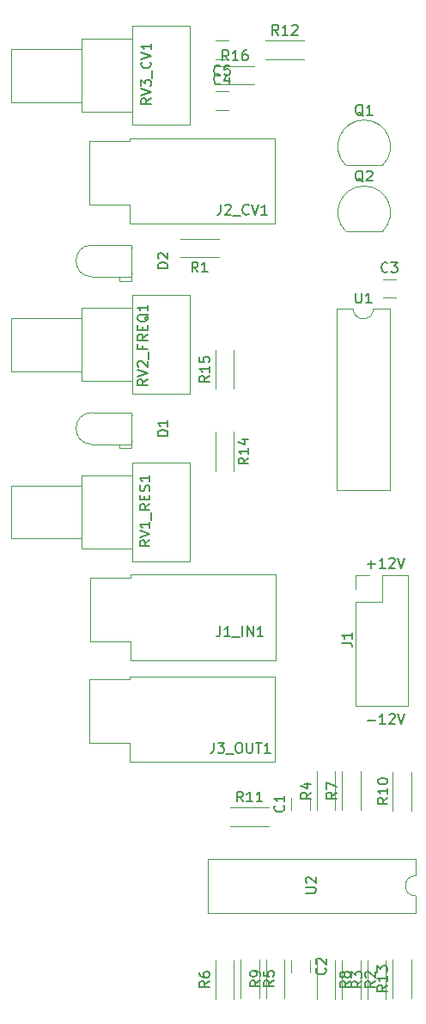
<source format=gbr>
G04 #@! TF.GenerationSoftware,KiCad,Pcbnew,5.1.2-f72e74a~84~ubuntu18.04.1*
G04 #@! TF.CreationDate,2019-05-18T13:16:44+02:00*
G04 #@! TF.ProjectId,lpf,6c70662e-6b69-4636-9164-5f7063625858,0.1*
G04 #@! TF.SameCoordinates,Original*
G04 #@! TF.FileFunction,Legend,Top*
G04 #@! TF.FilePolarity,Positive*
%FSLAX46Y46*%
G04 Gerber Fmt 4.6, Leading zero omitted, Abs format (unit mm)*
G04 Created by KiCad (PCBNEW 5.1.2-f72e74a~84~ubuntu18.04.1) date 2019-05-18 13:16:44*
%MOMM*%
%LPD*%
G04 APERTURE LIST*
%ADD10C,0.150000*%
%ADD11C,0.120000*%
G04 APERTURE END LIST*
D10*
X149093095Y-94144428D02*
X149855000Y-94144428D01*
X149474047Y-94525380D02*
X149474047Y-93763476D01*
X150855000Y-94525380D02*
X150283571Y-94525380D01*
X150569285Y-94525380D02*
X150569285Y-93525380D01*
X150474047Y-93668238D01*
X150378809Y-93763476D01*
X150283571Y-93811095D01*
X151235952Y-93620619D02*
X151283571Y-93573000D01*
X151378809Y-93525380D01*
X151616904Y-93525380D01*
X151712142Y-93573000D01*
X151759761Y-93620619D01*
X151807380Y-93715857D01*
X151807380Y-93811095D01*
X151759761Y-93953952D01*
X151188333Y-94525380D01*
X151807380Y-94525380D01*
X152093095Y-93525380D02*
X152426428Y-94525380D01*
X152759761Y-93525380D01*
X149093095Y-109496928D02*
X149855000Y-109496928D01*
X150855000Y-109877880D02*
X150283571Y-109877880D01*
X150569285Y-109877880D02*
X150569285Y-108877880D01*
X150474047Y-109020738D01*
X150378809Y-109115976D01*
X150283571Y-109163595D01*
X151235952Y-108973119D02*
X151283571Y-108925500D01*
X151378809Y-108877880D01*
X151616904Y-108877880D01*
X151712142Y-108925500D01*
X151759761Y-108973119D01*
X151807380Y-109068357D01*
X151807380Y-109163595D01*
X151759761Y-109306452D01*
X151188333Y-109877880D01*
X151807380Y-109877880D01*
X152093095Y-108877880D02*
X152426428Y-109877880D01*
X152759761Y-108877880D01*
D11*
X153830000Y-126810000D02*
G75*
G02X153830000Y-124810000I0J1000000D01*
G01*
X153830000Y-124810000D02*
X153830000Y-123160000D01*
X153830000Y-123160000D02*
X133390000Y-123160000D01*
X133390000Y-123160000D02*
X133390000Y-128460000D01*
X133390000Y-128460000D02*
X153830000Y-128460000D01*
X153830000Y-128460000D02*
X153830000Y-126810000D01*
X125680000Y-111720000D02*
X121680000Y-111720000D01*
X125680000Y-113620000D02*
X125680000Y-111720000D01*
X139920000Y-113620000D02*
X125680000Y-113620000D01*
X139920000Y-105180000D02*
X139920000Y-113620000D01*
X125680000Y-105180000D02*
X139920000Y-105180000D01*
X125680000Y-105480000D02*
X125680000Y-105180000D01*
X121680000Y-105480000D02*
X125680000Y-105480000D01*
X121680000Y-111720000D02*
X121680000Y-105480000D01*
X125680000Y-58720000D02*
X121680000Y-58720000D01*
X125680000Y-60620000D02*
X125680000Y-58720000D01*
X139920000Y-60620000D02*
X125680000Y-60620000D01*
X139920000Y-52180000D02*
X139920000Y-60620000D01*
X125680000Y-52180000D02*
X139920000Y-52180000D01*
X125680000Y-52480000D02*
X125680000Y-52180000D01*
X121680000Y-52480000D02*
X125680000Y-52480000D01*
X121680000Y-58720000D02*
X121680000Y-52480000D01*
X125780000Y-101720000D02*
X121780000Y-101720000D01*
X125780000Y-103620000D02*
X125780000Y-101720000D01*
X140020000Y-103620000D02*
X125780000Y-103620000D01*
X140020000Y-95180000D02*
X140020000Y-103620000D01*
X125780000Y-95180000D02*
X140020000Y-95180000D01*
X125780000Y-95480000D02*
X125780000Y-95180000D01*
X121780000Y-95480000D02*
X125780000Y-95480000D01*
X121780000Y-101720000D02*
X121780000Y-95480000D01*
X143420000Y-118379000D02*
X143420000Y-117121000D01*
X141580000Y-118379000D02*
X141580000Y-117121000D01*
X143420000Y-133121000D02*
X143420000Y-134379000D01*
X141580000Y-133121000D02*
X141580000Y-134379000D01*
X150621000Y-66080000D02*
X151879000Y-66080000D01*
X150621000Y-67920000D02*
X151879000Y-67920000D01*
X134121000Y-49420000D02*
X135379000Y-49420000D01*
X134121000Y-47580000D02*
X135379000Y-47580000D01*
X135379000Y-44420000D02*
X134121000Y-44420000D01*
X135379000Y-42580000D02*
X134121000Y-42580000D01*
X121930000Y-82330000D02*
G75*
G02X121930000Y-79210000I0J1560000D01*
G01*
X125790000Y-79210000D02*
X121930000Y-79210000D01*
X125790000Y-82330000D02*
X121930000Y-82330000D01*
X125790000Y-79210000D02*
X125790000Y-82330000D01*
X125790000Y-82730000D02*
X124670000Y-82730000D01*
X124670000Y-82730000D02*
X124670000Y-82330000D01*
X124670000Y-82330000D02*
X125790000Y-82330000D01*
X125790000Y-82330000D02*
X125790000Y-82730000D01*
X125920000Y-79500000D02*
X125790000Y-79500000D01*
X125790000Y-79500000D02*
X125790000Y-79500000D01*
X125790000Y-79500000D02*
X125920000Y-79500000D01*
X125920000Y-79500000D02*
X125920000Y-79500000D01*
X125920000Y-82040000D02*
X125790000Y-82040000D01*
X125790000Y-82040000D02*
X125790000Y-82040000D01*
X125790000Y-82040000D02*
X125920000Y-82040000D01*
X125920000Y-82040000D02*
X125920000Y-82040000D01*
X125920000Y-65540000D02*
X125920000Y-65540000D01*
X125790000Y-65540000D02*
X125920000Y-65540000D01*
X125790000Y-65540000D02*
X125790000Y-65540000D01*
X125920000Y-65540000D02*
X125790000Y-65540000D01*
X125920000Y-63000000D02*
X125920000Y-63000000D01*
X125790000Y-63000000D02*
X125920000Y-63000000D01*
X125790000Y-63000000D02*
X125790000Y-63000000D01*
X125920000Y-63000000D02*
X125790000Y-63000000D01*
X125790000Y-65830000D02*
X125790000Y-66230000D01*
X124670000Y-65830000D02*
X125790000Y-65830000D01*
X124670000Y-66230000D02*
X124670000Y-65830000D01*
X125790000Y-66230000D02*
X124670000Y-66230000D01*
X125790000Y-62710000D02*
X125790000Y-65830000D01*
X125790000Y-65830000D02*
X121930000Y-65830000D01*
X125790000Y-62710000D02*
X121930000Y-62710000D01*
X121930000Y-65830000D02*
G75*
G02X121930000Y-62710000I0J1560000D01*
G01*
X146970000Y-54850000D02*
X150570000Y-54850000D01*
X146931522Y-54838478D02*
G75*
G02X148770000Y-50400000I1838478J1838478D01*
G01*
X150608478Y-54838478D02*
G75*
G03X148770000Y-50400000I-1838478J1838478D01*
G01*
X150608478Y-61338478D02*
G75*
G03X148770000Y-56900000I-1838478J1838478D01*
G01*
X146931522Y-61338478D02*
G75*
G02X148770000Y-56900000I1838478J1838478D01*
G01*
X146970000Y-61350000D02*
X150570000Y-61350000D01*
X134460000Y-62080000D02*
X130620000Y-62080000D01*
X134460000Y-63920000D02*
X130620000Y-63920000D01*
X148420000Y-133120000D02*
X148420000Y-136960000D01*
X146580000Y-133120000D02*
X146580000Y-136960000D01*
X149080000Y-136960000D02*
X149080000Y-133120000D01*
X150920000Y-136960000D02*
X150920000Y-133120000D01*
X145920000Y-118380000D02*
X145920000Y-114540000D01*
X144080000Y-118380000D02*
X144080000Y-114540000D01*
X138420000Y-133040000D02*
X138420000Y-136880000D01*
X136580000Y-133040000D02*
X136580000Y-136880000D01*
X135920000Y-136960000D02*
X135920000Y-133120000D01*
X134080000Y-136960000D02*
X134080000Y-133120000D01*
X146580000Y-118380000D02*
X146580000Y-114540000D01*
X148420000Y-118380000D02*
X148420000Y-114540000D01*
X144080000Y-133120000D02*
X144080000Y-136960000D01*
X145920000Y-133120000D02*
X145920000Y-136960000D01*
X139080000Y-136880000D02*
X139080000Y-133040000D01*
X140920000Y-136880000D02*
X140920000Y-133040000D01*
X153420000Y-114620000D02*
X153420000Y-118460000D01*
X151580000Y-114620000D02*
X151580000Y-118460000D01*
X135540000Y-119920000D02*
X139380000Y-119920000D01*
X135540000Y-118080000D02*
X139380000Y-118080000D01*
X139040000Y-42580000D02*
X142880000Y-42580000D01*
X139040000Y-44420000D02*
X142880000Y-44420000D01*
X153420000Y-136880000D02*
X153420000Y-133040000D01*
X151580000Y-136880000D02*
X151580000Y-133040000D01*
X134080000Y-81120000D02*
X134080000Y-84960000D01*
X135920000Y-81120000D02*
X135920000Y-84960000D01*
X135920000Y-76880000D02*
X135920000Y-73040000D01*
X134080000Y-76880000D02*
X134080000Y-73040000D01*
X134120000Y-45080000D02*
X137960000Y-45080000D01*
X134120000Y-46920000D02*
X137960000Y-46920000D01*
X131571000Y-93870000D02*
X125930000Y-93870000D01*
X131571000Y-84130000D02*
X125930000Y-84130000D01*
X131571000Y-93870000D02*
X131571000Y-84130000D01*
X125930000Y-93870000D02*
X125930000Y-84130000D01*
X125930000Y-92620000D02*
X120930000Y-92620000D01*
X125930000Y-85380000D02*
X120930000Y-85380000D01*
X125930000Y-92620000D02*
X125930000Y-85380000D01*
X120930000Y-92620000D02*
X120930000Y-85380000D01*
X120930000Y-91620000D02*
X113930000Y-91620000D01*
X120930000Y-86380000D02*
X113930000Y-86380000D01*
X120930000Y-91620000D02*
X120930000Y-86380000D01*
X113930000Y-91620000D02*
X113930000Y-86380000D01*
X113930000Y-75120000D02*
X113930000Y-69880000D01*
X120930000Y-75120000D02*
X120930000Y-69880000D01*
X120930000Y-69880000D02*
X113930000Y-69880000D01*
X120930000Y-75120000D02*
X113930000Y-75120000D01*
X120930000Y-76120000D02*
X120930000Y-68880000D01*
X125930000Y-76120000D02*
X125930000Y-68880000D01*
X125930000Y-68880000D02*
X120930000Y-68880000D01*
X125930000Y-76120000D02*
X120930000Y-76120000D01*
X125930000Y-77370000D02*
X125930000Y-67630000D01*
X131571000Y-77370000D02*
X131571000Y-67630000D01*
X131571000Y-67630000D02*
X125930000Y-67630000D01*
X131571000Y-77370000D02*
X125930000Y-77370000D01*
X131571000Y-50870000D02*
X125930000Y-50870000D01*
X131571000Y-41130000D02*
X125930000Y-41130000D01*
X131571000Y-50870000D02*
X131571000Y-41130000D01*
X125930000Y-50870000D02*
X125930000Y-41130000D01*
X125930000Y-49620000D02*
X120930000Y-49620000D01*
X125930000Y-42380000D02*
X120930000Y-42380000D01*
X125930000Y-49620000D02*
X125930000Y-42380000D01*
X120930000Y-49620000D02*
X120930000Y-42380000D01*
X120930000Y-48620000D02*
X113930000Y-48620000D01*
X120930000Y-43380000D02*
X113930000Y-43380000D01*
X120930000Y-48620000D02*
X120930000Y-43380000D01*
X113930000Y-48620000D02*
X113930000Y-43380000D01*
X149690000Y-68970000D02*
G75*
G02X147690000Y-68970000I-1000000J0D01*
G01*
X147690000Y-68970000D02*
X146040000Y-68970000D01*
X146040000Y-68970000D02*
X146040000Y-86870000D01*
X146040000Y-86870000D02*
X151340000Y-86870000D01*
X151340000Y-86870000D02*
X151340000Y-68970000D01*
X151340000Y-68970000D02*
X149690000Y-68970000D01*
X147923000Y-108055000D02*
X153123000Y-108055000D01*
X147923000Y-97835000D02*
X147923000Y-108055000D01*
X153123000Y-95235000D02*
X153123000Y-108055000D01*
X147923000Y-97835000D02*
X150523000Y-97835000D01*
X150523000Y-97835000D02*
X150523000Y-95235000D01*
X150523000Y-95235000D02*
X153123000Y-95235000D01*
X147923000Y-96565000D02*
X147923000Y-95235000D01*
X147923000Y-95235000D02*
X149253000Y-95235000D01*
D10*
X143009380Y-126518904D02*
X143818904Y-126518904D01*
X143914142Y-126471285D01*
X143961761Y-126423666D01*
X144009380Y-126328428D01*
X144009380Y-126137952D01*
X143961761Y-126042714D01*
X143914142Y-125995095D01*
X143818904Y-125947476D01*
X143009380Y-125947476D01*
X143104619Y-125518904D02*
X143057000Y-125471285D01*
X143009380Y-125376047D01*
X143009380Y-125137952D01*
X143057000Y-125042714D01*
X143104619Y-124995095D01*
X143199857Y-124947476D01*
X143295095Y-124947476D01*
X143437952Y-124995095D01*
X144009380Y-125566523D01*
X144009380Y-124947476D01*
X133951452Y-111725880D02*
X133951452Y-112440166D01*
X133903833Y-112583023D01*
X133808595Y-112678261D01*
X133665738Y-112725880D01*
X133570500Y-112725880D01*
X134332404Y-111725880D02*
X134951452Y-111725880D01*
X134618119Y-112106833D01*
X134760976Y-112106833D01*
X134856214Y-112154452D01*
X134903833Y-112202071D01*
X134951452Y-112297309D01*
X134951452Y-112535404D01*
X134903833Y-112630642D01*
X134856214Y-112678261D01*
X134760976Y-112725880D01*
X134475261Y-112725880D01*
X134380023Y-112678261D01*
X134332404Y-112630642D01*
X135141928Y-112821119D02*
X135903833Y-112821119D01*
X136332404Y-111725880D02*
X136522880Y-111725880D01*
X136618119Y-111773500D01*
X136713357Y-111868738D01*
X136760976Y-112059214D01*
X136760976Y-112392547D01*
X136713357Y-112583023D01*
X136618119Y-112678261D01*
X136522880Y-112725880D01*
X136332404Y-112725880D01*
X136237166Y-112678261D01*
X136141928Y-112583023D01*
X136094309Y-112392547D01*
X136094309Y-112059214D01*
X136141928Y-111868738D01*
X136237166Y-111773500D01*
X136332404Y-111725880D01*
X137189547Y-111725880D02*
X137189547Y-112535404D01*
X137237166Y-112630642D01*
X137284785Y-112678261D01*
X137380023Y-112725880D01*
X137570500Y-112725880D01*
X137665738Y-112678261D01*
X137713357Y-112630642D01*
X137760976Y-112535404D01*
X137760976Y-111725880D01*
X138094309Y-111725880D02*
X138665738Y-111725880D01*
X138380023Y-112725880D02*
X138380023Y-111725880D01*
X139522880Y-112725880D02*
X138951452Y-112725880D01*
X139237166Y-112725880D02*
X139237166Y-111725880D01*
X139141928Y-111868738D01*
X139046690Y-111963976D01*
X138951452Y-112011595D01*
X134629452Y-58726380D02*
X134629452Y-59440666D01*
X134581833Y-59583523D01*
X134486595Y-59678761D01*
X134343738Y-59726380D01*
X134248500Y-59726380D01*
X135058023Y-58821619D02*
X135105642Y-58774000D01*
X135200880Y-58726380D01*
X135438976Y-58726380D01*
X135534214Y-58774000D01*
X135581833Y-58821619D01*
X135629452Y-58916857D01*
X135629452Y-59012095D01*
X135581833Y-59154952D01*
X135010404Y-59726380D01*
X135629452Y-59726380D01*
X135819928Y-59821619D02*
X136581833Y-59821619D01*
X137391357Y-59631142D02*
X137343738Y-59678761D01*
X137200880Y-59726380D01*
X137105642Y-59726380D01*
X136962785Y-59678761D01*
X136867547Y-59583523D01*
X136819928Y-59488285D01*
X136772309Y-59297809D01*
X136772309Y-59154952D01*
X136819928Y-58964476D01*
X136867547Y-58869238D01*
X136962785Y-58774000D01*
X137105642Y-58726380D01*
X137200880Y-58726380D01*
X137343738Y-58774000D01*
X137391357Y-58821619D01*
X137677071Y-58726380D02*
X138010404Y-59726380D01*
X138343738Y-58726380D01*
X139200880Y-59726380D02*
X138629452Y-59726380D01*
X138915166Y-59726380D02*
X138915166Y-58726380D01*
X138819928Y-58869238D01*
X138724690Y-58964476D01*
X138629452Y-59012095D01*
X134573619Y-100244880D02*
X134573619Y-100959166D01*
X134526000Y-101102023D01*
X134430761Y-101197261D01*
X134287904Y-101244880D01*
X134192666Y-101244880D01*
X135573619Y-101244880D02*
X135002190Y-101244880D01*
X135287904Y-101244880D02*
X135287904Y-100244880D01*
X135192666Y-100387738D01*
X135097428Y-100482976D01*
X135002190Y-100530595D01*
X135764095Y-101340119D02*
X136526000Y-101340119D01*
X136764095Y-101244880D02*
X136764095Y-100244880D01*
X137240285Y-101244880D02*
X137240285Y-100244880D01*
X137811714Y-101244880D01*
X137811714Y-100244880D01*
X138811714Y-101244880D02*
X138240285Y-101244880D01*
X138526000Y-101244880D02*
X138526000Y-100244880D01*
X138430761Y-100387738D01*
X138335523Y-100482976D01*
X138240285Y-100530595D01*
X140807142Y-117916666D02*
X140854761Y-117964285D01*
X140902380Y-118107142D01*
X140902380Y-118202380D01*
X140854761Y-118345238D01*
X140759523Y-118440476D01*
X140664285Y-118488095D01*
X140473809Y-118535714D01*
X140330952Y-118535714D01*
X140140476Y-118488095D01*
X140045238Y-118440476D01*
X139950000Y-118345238D01*
X139902380Y-118202380D01*
X139902380Y-118107142D01*
X139950000Y-117964285D01*
X139997619Y-117916666D01*
X140902380Y-116964285D02*
X140902380Y-117535714D01*
X140902380Y-117250000D02*
X139902380Y-117250000D01*
X140045238Y-117345238D01*
X140140476Y-117440476D01*
X140188095Y-117535714D01*
X144907142Y-133916666D02*
X144954761Y-133964285D01*
X145002380Y-134107142D01*
X145002380Y-134202380D01*
X144954761Y-134345238D01*
X144859523Y-134440476D01*
X144764285Y-134488095D01*
X144573809Y-134535714D01*
X144430952Y-134535714D01*
X144240476Y-134488095D01*
X144145238Y-134440476D01*
X144050000Y-134345238D01*
X144002380Y-134202380D01*
X144002380Y-134107142D01*
X144050000Y-133964285D01*
X144097619Y-133916666D01*
X144097619Y-133535714D02*
X144050000Y-133488095D01*
X144002380Y-133392857D01*
X144002380Y-133154761D01*
X144050000Y-133059523D01*
X144097619Y-133011904D01*
X144192857Y-132964285D01*
X144288095Y-132964285D01*
X144430952Y-133011904D01*
X145002380Y-133583333D01*
X145002380Y-132964285D01*
X151083333Y-65307142D02*
X151035714Y-65354761D01*
X150892857Y-65402380D01*
X150797619Y-65402380D01*
X150654761Y-65354761D01*
X150559523Y-65259523D01*
X150511904Y-65164285D01*
X150464285Y-64973809D01*
X150464285Y-64830952D01*
X150511904Y-64640476D01*
X150559523Y-64545238D01*
X150654761Y-64450000D01*
X150797619Y-64402380D01*
X150892857Y-64402380D01*
X151035714Y-64450000D01*
X151083333Y-64497619D01*
X151416666Y-64402380D02*
X152035714Y-64402380D01*
X151702380Y-64783333D01*
X151845238Y-64783333D01*
X151940476Y-64830952D01*
X151988095Y-64878571D01*
X152035714Y-64973809D01*
X152035714Y-65211904D01*
X151988095Y-65307142D01*
X151940476Y-65354761D01*
X151845238Y-65402380D01*
X151559523Y-65402380D01*
X151464285Y-65354761D01*
X151416666Y-65307142D01*
X134583333Y-46807142D02*
X134535714Y-46854761D01*
X134392857Y-46902380D01*
X134297619Y-46902380D01*
X134154761Y-46854761D01*
X134059523Y-46759523D01*
X134011904Y-46664285D01*
X133964285Y-46473809D01*
X133964285Y-46330952D01*
X134011904Y-46140476D01*
X134059523Y-46045238D01*
X134154761Y-45950000D01*
X134297619Y-45902380D01*
X134392857Y-45902380D01*
X134535714Y-45950000D01*
X134583333Y-45997619D01*
X135440476Y-46235714D02*
X135440476Y-46902380D01*
X135202380Y-45854761D02*
X134964285Y-46569047D01*
X135583333Y-46569047D01*
X134583333Y-45907142D02*
X134535714Y-45954761D01*
X134392857Y-46002380D01*
X134297619Y-46002380D01*
X134154761Y-45954761D01*
X134059523Y-45859523D01*
X134011904Y-45764285D01*
X133964285Y-45573809D01*
X133964285Y-45430952D01*
X134011904Y-45240476D01*
X134059523Y-45145238D01*
X134154761Y-45050000D01*
X134297619Y-45002380D01*
X134392857Y-45002380D01*
X134535714Y-45050000D01*
X134583333Y-45097619D01*
X135488095Y-45002380D02*
X135011904Y-45002380D01*
X134964285Y-45478571D01*
X135011904Y-45430952D01*
X135107142Y-45383333D01*
X135345238Y-45383333D01*
X135440476Y-45430952D01*
X135488095Y-45478571D01*
X135535714Y-45573809D01*
X135535714Y-45811904D01*
X135488095Y-45907142D01*
X135440476Y-45954761D01*
X135345238Y-46002380D01*
X135107142Y-46002380D01*
X135011904Y-45954761D01*
X134964285Y-45907142D01*
X129412380Y-81508095D02*
X128412380Y-81508095D01*
X128412380Y-81270000D01*
X128460000Y-81127142D01*
X128555238Y-81031904D01*
X128650476Y-80984285D01*
X128840952Y-80936666D01*
X128983809Y-80936666D01*
X129174285Y-80984285D01*
X129269523Y-81031904D01*
X129364761Y-81127142D01*
X129412380Y-81270000D01*
X129412380Y-81508095D01*
X129412380Y-79984285D02*
X129412380Y-80555714D01*
X129412380Y-80270000D02*
X128412380Y-80270000D01*
X128555238Y-80365238D01*
X128650476Y-80460476D01*
X128698095Y-80555714D01*
X129412380Y-65008095D02*
X128412380Y-65008095D01*
X128412380Y-64770000D01*
X128460000Y-64627142D01*
X128555238Y-64531904D01*
X128650476Y-64484285D01*
X128840952Y-64436666D01*
X128983809Y-64436666D01*
X129174285Y-64484285D01*
X129269523Y-64531904D01*
X129364761Y-64627142D01*
X129412380Y-64770000D01*
X129412380Y-65008095D01*
X128507619Y-64055714D02*
X128460000Y-64008095D01*
X128412380Y-63912857D01*
X128412380Y-63674761D01*
X128460000Y-63579523D01*
X128507619Y-63531904D01*
X128602857Y-63484285D01*
X128698095Y-63484285D01*
X128840952Y-63531904D01*
X129412380Y-64103333D01*
X129412380Y-63484285D01*
X148674761Y-49987619D02*
X148579523Y-49940000D01*
X148484285Y-49844761D01*
X148341428Y-49701904D01*
X148246190Y-49654285D01*
X148150952Y-49654285D01*
X148198571Y-49892380D02*
X148103333Y-49844761D01*
X148008095Y-49749523D01*
X147960476Y-49559047D01*
X147960476Y-49225714D01*
X148008095Y-49035238D01*
X148103333Y-48940000D01*
X148198571Y-48892380D01*
X148389047Y-48892380D01*
X148484285Y-48940000D01*
X148579523Y-49035238D01*
X148627142Y-49225714D01*
X148627142Y-49559047D01*
X148579523Y-49749523D01*
X148484285Y-49844761D01*
X148389047Y-49892380D01*
X148198571Y-49892380D01*
X149579523Y-49892380D02*
X149008095Y-49892380D01*
X149293809Y-49892380D02*
X149293809Y-48892380D01*
X149198571Y-49035238D01*
X149103333Y-49130476D01*
X149008095Y-49178095D01*
X148674761Y-56487619D02*
X148579523Y-56440000D01*
X148484285Y-56344761D01*
X148341428Y-56201904D01*
X148246190Y-56154285D01*
X148150952Y-56154285D01*
X148198571Y-56392380D02*
X148103333Y-56344761D01*
X148008095Y-56249523D01*
X147960476Y-56059047D01*
X147960476Y-55725714D01*
X148008095Y-55535238D01*
X148103333Y-55440000D01*
X148198571Y-55392380D01*
X148389047Y-55392380D01*
X148484285Y-55440000D01*
X148579523Y-55535238D01*
X148627142Y-55725714D01*
X148627142Y-56059047D01*
X148579523Y-56249523D01*
X148484285Y-56344761D01*
X148389047Y-56392380D01*
X148198571Y-56392380D01*
X149008095Y-55487619D02*
X149055714Y-55440000D01*
X149150952Y-55392380D01*
X149389047Y-55392380D01*
X149484285Y-55440000D01*
X149531904Y-55487619D01*
X149579523Y-55582857D01*
X149579523Y-55678095D01*
X149531904Y-55820952D01*
X148960476Y-56392380D01*
X149579523Y-56392380D01*
X132373333Y-65372380D02*
X132040000Y-64896190D01*
X131801904Y-65372380D02*
X131801904Y-64372380D01*
X132182857Y-64372380D01*
X132278095Y-64420000D01*
X132325714Y-64467619D01*
X132373333Y-64562857D01*
X132373333Y-64705714D01*
X132325714Y-64800952D01*
X132278095Y-64848571D01*
X132182857Y-64896190D01*
X131801904Y-64896190D01*
X133325714Y-65372380D02*
X132754285Y-65372380D01*
X133040000Y-65372380D02*
X133040000Y-64372380D01*
X132944761Y-64515238D01*
X132849523Y-64610476D01*
X132754285Y-64658095D01*
X149872380Y-135206666D02*
X149396190Y-135540000D01*
X149872380Y-135778095D02*
X148872380Y-135778095D01*
X148872380Y-135397142D01*
X148920000Y-135301904D01*
X148967619Y-135254285D01*
X149062857Y-135206666D01*
X149205714Y-135206666D01*
X149300952Y-135254285D01*
X149348571Y-135301904D01*
X149396190Y-135397142D01*
X149396190Y-135778095D01*
X148967619Y-134825714D02*
X148920000Y-134778095D01*
X148872380Y-134682857D01*
X148872380Y-134444761D01*
X148920000Y-134349523D01*
X148967619Y-134301904D01*
X149062857Y-134254285D01*
X149158095Y-134254285D01*
X149300952Y-134301904D01*
X149872380Y-134873333D01*
X149872380Y-134254285D01*
X148532380Y-135206666D02*
X148056190Y-135540000D01*
X148532380Y-135778095D02*
X147532380Y-135778095D01*
X147532380Y-135397142D01*
X147580000Y-135301904D01*
X147627619Y-135254285D01*
X147722857Y-135206666D01*
X147865714Y-135206666D01*
X147960952Y-135254285D01*
X148008571Y-135301904D01*
X148056190Y-135397142D01*
X148056190Y-135778095D01*
X147532380Y-134873333D02*
X147532380Y-134254285D01*
X147913333Y-134587619D01*
X147913333Y-134444761D01*
X147960952Y-134349523D01*
X148008571Y-134301904D01*
X148103809Y-134254285D01*
X148341904Y-134254285D01*
X148437142Y-134301904D01*
X148484761Y-134349523D01*
X148532380Y-134444761D01*
X148532380Y-134730476D01*
X148484761Y-134825714D01*
X148437142Y-134873333D01*
X143532380Y-116626666D02*
X143056190Y-116960000D01*
X143532380Y-117198095D02*
X142532380Y-117198095D01*
X142532380Y-116817142D01*
X142580000Y-116721904D01*
X142627619Y-116674285D01*
X142722857Y-116626666D01*
X142865714Y-116626666D01*
X142960952Y-116674285D01*
X143008571Y-116721904D01*
X143056190Y-116817142D01*
X143056190Y-117198095D01*
X142865714Y-115769523D02*
X143532380Y-115769523D01*
X142484761Y-116007619D02*
X143199047Y-116245714D01*
X143199047Y-115626666D01*
X139872380Y-135126666D02*
X139396190Y-135460000D01*
X139872380Y-135698095D02*
X138872380Y-135698095D01*
X138872380Y-135317142D01*
X138920000Y-135221904D01*
X138967619Y-135174285D01*
X139062857Y-135126666D01*
X139205714Y-135126666D01*
X139300952Y-135174285D01*
X139348571Y-135221904D01*
X139396190Y-135317142D01*
X139396190Y-135698095D01*
X138872380Y-134221904D02*
X138872380Y-134698095D01*
X139348571Y-134745714D01*
X139300952Y-134698095D01*
X139253333Y-134602857D01*
X139253333Y-134364761D01*
X139300952Y-134269523D01*
X139348571Y-134221904D01*
X139443809Y-134174285D01*
X139681904Y-134174285D01*
X139777142Y-134221904D01*
X139824761Y-134269523D01*
X139872380Y-134364761D01*
X139872380Y-134602857D01*
X139824761Y-134698095D01*
X139777142Y-134745714D01*
X133532380Y-135206666D02*
X133056190Y-135540000D01*
X133532380Y-135778095D02*
X132532380Y-135778095D01*
X132532380Y-135397142D01*
X132580000Y-135301904D01*
X132627619Y-135254285D01*
X132722857Y-135206666D01*
X132865714Y-135206666D01*
X132960952Y-135254285D01*
X133008571Y-135301904D01*
X133056190Y-135397142D01*
X133056190Y-135778095D01*
X132532380Y-134349523D02*
X132532380Y-134540000D01*
X132580000Y-134635238D01*
X132627619Y-134682857D01*
X132770476Y-134778095D01*
X132960952Y-134825714D01*
X133341904Y-134825714D01*
X133437142Y-134778095D01*
X133484761Y-134730476D01*
X133532380Y-134635238D01*
X133532380Y-134444761D01*
X133484761Y-134349523D01*
X133437142Y-134301904D01*
X133341904Y-134254285D01*
X133103809Y-134254285D01*
X133008571Y-134301904D01*
X132960952Y-134349523D01*
X132913333Y-134444761D01*
X132913333Y-134635238D01*
X132960952Y-134730476D01*
X133008571Y-134778095D01*
X133103809Y-134825714D01*
X146032380Y-116626666D02*
X145556190Y-116960000D01*
X146032380Y-117198095D02*
X145032380Y-117198095D01*
X145032380Y-116817142D01*
X145080000Y-116721904D01*
X145127619Y-116674285D01*
X145222857Y-116626666D01*
X145365714Y-116626666D01*
X145460952Y-116674285D01*
X145508571Y-116721904D01*
X145556190Y-116817142D01*
X145556190Y-117198095D01*
X145032380Y-116293333D02*
X145032380Y-115626666D01*
X146032380Y-116055238D01*
X147372380Y-135206666D02*
X146896190Y-135540000D01*
X147372380Y-135778095D02*
X146372380Y-135778095D01*
X146372380Y-135397142D01*
X146420000Y-135301904D01*
X146467619Y-135254285D01*
X146562857Y-135206666D01*
X146705714Y-135206666D01*
X146800952Y-135254285D01*
X146848571Y-135301904D01*
X146896190Y-135397142D01*
X146896190Y-135778095D01*
X146800952Y-134635238D02*
X146753333Y-134730476D01*
X146705714Y-134778095D01*
X146610476Y-134825714D01*
X146562857Y-134825714D01*
X146467619Y-134778095D01*
X146420000Y-134730476D01*
X146372380Y-134635238D01*
X146372380Y-134444761D01*
X146420000Y-134349523D01*
X146467619Y-134301904D01*
X146562857Y-134254285D01*
X146610476Y-134254285D01*
X146705714Y-134301904D01*
X146753333Y-134349523D01*
X146800952Y-134444761D01*
X146800952Y-134635238D01*
X146848571Y-134730476D01*
X146896190Y-134778095D01*
X146991428Y-134825714D01*
X147181904Y-134825714D01*
X147277142Y-134778095D01*
X147324761Y-134730476D01*
X147372380Y-134635238D01*
X147372380Y-134444761D01*
X147324761Y-134349523D01*
X147277142Y-134301904D01*
X147181904Y-134254285D01*
X146991428Y-134254285D01*
X146896190Y-134301904D01*
X146848571Y-134349523D01*
X146800952Y-134444761D01*
X138532380Y-135126666D02*
X138056190Y-135460000D01*
X138532380Y-135698095D02*
X137532380Y-135698095D01*
X137532380Y-135317142D01*
X137580000Y-135221904D01*
X137627619Y-135174285D01*
X137722857Y-135126666D01*
X137865714Y-135126666D01*
X137960952Y-135174285D01*
X138008571Y-135221904D01*
X138056190Y-135317142D01*
X138056190Y-135698095D01*
X138532380Y-134650476D02*
X138532380Y-134460000D01*
X138484761Y-134364761D01*
X138437142Y-134317142D01*
X138294285Y-134221904D01*
X138103809Y-134174285D01*
X137722857Y-134174285D01*
X137627619Y-134221904D01*
X137580000Y-134269523D01*
X137532380Y-134364761D01*
X137532380Y-134555238D01*
X137580000Y-134650476D01*
X137627619Y-134698095D01*
X137722857Y-134745714D01*
X137960952Y-134745714D01*
X138056190Y-134698095D01*
X138103809Y-134650476D01*
X138151428Y-134555238D01*
X138151428Y-134364761D01*
X138103809Y-134269523D01*
X138056190Y-134221904D01*
X137960952Y-134174285D01*
X151084880Y-117143857D02*
X150608690Y-117477190D01*
X151084880Y-117715285D02*
X150084880Y-117715285D01*
X150084880Y-117334333D01*
X150132500Y-117239095D01*
X150180119Y-117191476D01*
X150275357Y-117143857D01*
X150418214Y-117143857D01*
X150513452Y-117191476D01*
X150561071Y-117239095D01*
X150608690Y-117334333D01*
X150608690Y-117715285D01*
X151084880Y-116191476D02*
X151084880Y-116762904D01*
X151084880Y-116477190D02*
X150084880Y-116477190D01*
X150227738Y-116572428D01*
X150322976Y-116667666D01*
X150370595Y-116762904D01*
X150084880Y-115572428D02*
X150084880Y-115477190D01*
X150132500Y-115381952D01*
X150180119Y-115334333D01*
X150275357Y-115286714D01*
X150465833Y-115239095D01*
X150703928Y-115239095D01*
X150894404Y-115286714D01*
X150989642Y-115334333D01*
X151037261Y-115381952D01*
X151084880Y-115477190D01*
X151084880Y-115572428D01*
X151037261Y-115667666D01*
X150989642Y-115715285D01*
X150894404Y-115762904D01*
X150703928Y-115810523D01*
X150465833Y-115810523D01*
X150275357Y-115762904D01*
X150180119Y-115715285D01*
X150132500Y-115667666D01*
X150084880Y-115572428D01*
X136817142Y-117532380D02*
X136483809Y-117056190D01*
X136245714Y-117532380D02*
X136245714Y-116532380D01*
X136626666Y-116532380D01*
X136721904Y-116580000D01*
X136769523Y-116627619D01*
X136817142Y-116722857D01*
X136817142Y-116865714D01*
X136769523Y-116960952D01*
X136721904Y-117008571D01*
X136626666Y-117056190D01*
X136245714Y-117056190D01*
X137769523Y-117532380D02*
X137198095Y-117532380D01*
X137483809Y-117532380D02*
X137483809Y-116532380D01*
X137388571Y-116675238D01*
X137293333Y-116770476D01*
X137198095Y-116818095D01*
X138721904Y-117532380D02*
X138150476Y-117532380D01*
X138436190Y-117532380D02*
X138436190Y-116532380D01*
X138340952Y-116675238D01*
X138245714Y-116770476D01*
X138150476Y-116818095D01*
X140317142Y-42032380D02*
X139983809Y-41556190D01*
X139745714Y-42032380D02*
X139745714Y-41032380D01*
X140126666Y-41032380D01*
X140221904Y-41080000D01*
X140269523Y-41127619D01*
X140317142Y-41222857D01*
X140317142Y-41365714D01*
X140269523Y-41460952D01*
X140221904Y-41508571D01*
X140126666Y-41556190D01*
X139745714Y-41556190D01*
X141269523Y-42032380D02*
X140698095Y-42032380D01*
X140983809Y-42032380D02*
X140983809Y-41032380D01*
X140888571Y-41175238D01*
X140793333Y-41270476D01*
X140698095Y-41318095D01*
X141650476Y-41127619D02*
X141698095Y-41080000D01*
X141793333Y-41032380D01*
X142031428Y-41032380D01*
X142126666Y-41080000D01*
X142174285Y-41127619D01*
X142221904Y-41222857D01*
X142221904Y-41318095D01*
X142174285Y-41460952D01*
X141602857Y-42032380D01*
X142221904Y-42032380D01*
X151032380Y-135602857D02*
X150556190Y-135936190D01*
X151032380Y-136174285D02*
X150032380Y-136174285D01*
X150032380Y-135793333D01*
X150080000Y-135698095D01*
X150127619Y-135650476D01*
X150222857Y-135602857D01*
X150365714Y-135602857D01*
X150460952Y-135650476D01*
X150508571Y-135698095D01*
X150556190Y-135793333D01*
X150556190Y-136174285D01*
X151032380Y-134650476D02*
X151032380Y-135221904D01*
X151032380Y-134936190D02*
X150032380Y-134936190D01*
X150175238Y-135031428D01*
X150270476Y-135126666D01*
X150318095Y-135221904D01*
X150032380Y-134317142D02*
X150032380Y-133698095D01*
X150413333Y-134031428D01*
X150413333Y-133888571D01*
X150460952Y-133793333D01*
X150508571Y-133745714D01*
X150603809Y-133698095D01*
X150841904Y-133698095D01*
X150937142Y-133745714D01*
X150984761Y-133793333D01*
X151032380Y-133888571D01*
X151032380Y-134174285D01*
X150984761Y-134269523D01*
X150937142Y-134317142D01*
X137372380Y-83682857D02*
X136896190Y-84016190D01*
X137372380Y-84254285D02*
X136372380Y-84254285D01*
X136372380Y-83873333D01*
X136420000Y-83778095D01*
X136467619Y-83730476D01*
X136562857Y-83682857D01*
X136705714Y-83682857D01*
X136800952Y-83730476D01*
X136848571Y-83778095D01*
X136896190Y-83873333D01*
X136896190Y-84254285D01*
X137372380Y-82730476D02*
X137372380Y-83301904D01*
X137372380Y-83016190D02*
X136372380Y-83016190D01*
X136515238Y-83111428D01*
X136610476Y-83206666D01*
X136658095Y-83301904D01*
X136705714Y-81873333D02*
X137372380Y-81873333D01*
X136324761Y-82111428D02*
X137039047Y-82349523D01*
X137039047Y-81730476D01*
X133532380Y-75602857D02*
X133056190Y-75936190D01*
X133532380Y-76174285D02*
X132532380Y-76174285D01*
X132532380Y-75793333D01*
X132580000Y-75698095D01*
X132627619Y-75650476D01*
X132722857Y-75602857D01*
X132865714Y-75602857D01*
X132960952Y-75650476D01*
X133008571Y-75698095D01*
X133056190Y-75793333D01*
X133056190Y-76174285D01*
X133532380Y-74650476D02*
X133532380Y-75221904D01*
X133532380Y-74936190D02*
X132532380Y-74936190D01*
X132675238Y-75031428D01*
X132770476Y-75126666D01*
X132818095Y-75221904D01*
X132532380Y-73745714D02*
X132532380Y-74221904D01*
X133008571Y-74269523D01*
X132960952Y-74221904D01*
X132913333Y-74126666D01*
X132913333Y-73888571D01*
X132960952Y-73793333D01*
X133008571Y-73745714D01*
X133103809Y-73698095D01*
X133341904Y-73698095D01*
X133437142Y-73745714D01*
X133484761Y-73793333D01*
X133532380Y-73888571D01*
X133532380Y-74126666D01*
X133484761Y-74221904D01*
X133437142Y-74269523D01*
X135397142Y-44532380D02*
X135063809Y-44056190D01*
X134825714Y-44532380D02*
X134825714Y-43532380D01*
X135206666Y-43532380D01*
X135301904Y-43580000D01*
X135349523Y-43627619D01*
X135397142Y-43722857D01*
X135397142Y-43865714D01*
X135349523Y-43960952D01*
X135301904Y-44008571D01*
X135206666Y-44056190D01*
X134825714Y-44056190D01*
X136349523Y-44532380D02*
X135778095Y-44532380D01*
X136063809Y-44532380D02*
X136063809Y-43532380D01*
X135968571Y-43675238D01*
X135873333Y-43770476D01*
X135778095Y-43818095D01*
X137206666Y-43532380D02*
X137016190Y-43532380D01*
X136920952Y-43580000D01*
X136873333Y-43627619D01*
X136778095Y-43770476D01*
X136730476Y-43960952D01*
X136730476Y-44341904D01*
X136778095Y-44437142D01*
X136825714Y-44484761D01*
X136920952Y-44532380D01*
X137111428Y-44532380D01*
X137206666Y-44484761D01*
X137254285Y-44437142D01*
X137301904Y-44341904D01*
X137301904Y-44103809D01*
X137254285Y-44008571D01*
X137206666Y-43960952D01*
X137111428Y-43913333D01*
X136920952Y-43913333D01*
X136825714Y-43960952D01*
X136778095Y-44008571D01*
X136730476Y-44103809D01*
X127633380Y-91791952D02*
X127157190Y-92125285D01*
X127633380Y-92363380D02*
X126633380Y-92363380D01*
X126633380Y-91982428D01*
X126681000Y-91887190D01*
X126728619Y-91839571D01*
X126823857Y-91791952D01*
X126966714Y-91791952D01*
X127061952Y-91839571D01*
X127109571Y-91887190D01*
X127157190Y-91982428D01*
X127157190Y-92363380D01*
X126633380Y-91506238D02*
X127633380Y-91172904D01*
X126633380Y-90839571D01*
X127633380Y-89982428D02*
X127633380Y-90553857D01*
X127633380Y-90268142D02*
X126633380Y-90268142D01*
X126776238Y-90363380D01*
X126871476Y-90458619D01*
X126919095Y-90553857D01*
X127728619Y-89791952D02*
X127728619Y-89030047D01*
X127633380Y-88220523D02*
X127157190Y-88553857D01*
X127633380Y-88791952D02*
X126633380Y-88791952D01*
X126633380Y-88411000D01*
X126681000Y-88315761D01*
X126728619Y-88268142D01*
X126823857Y-88220523D01*
X126966714Y-88220523D01*
X127061952Y-88268142D01*
X127109571Y-88315761D01*
X127157190Y-88411000D01*
X127157190Y-88791952D01*
X127109571Y-87791952D02*
X127109571Y-87458619D01*
X127633380Y-87315761D02*
X127633380Y-87791952D01*
X126633380Y-87791952D01*
X126633380Y-87315761D01*
X127585761Y-86934809D02*
X127633380Y-86791952D01*
X127633380Y-86553857D01*
X127585761Y-86458619D01*
X127538142Y-86411000D01*
X127442904Y-86363380D01*
X127347666Y-86363380D01*
X127252428Y-86411000D01*
X127204809Y-86458619D01*
X127157190Y-86553857D01*
X127109571Y-86744333D01*
X127061952Y-86839571D01*
X127014333Y-86887190D01*
X126919095Y-86934809D01*
X126823857Y-86934809D01*
X126728619Y-86887190D01*
X126681000Y-86839571D01*
X126633380Y-86744333D01*
X126633380Y-86506238D01*
X126681000Y-86363380D01*
X127633380Y-85411000D02*
X127633380Y-85982428D01*
X127633380Y-85696714D02*
X126633380Y-85696714D01*
X126776238Y-85791952D01*
X126871476Y-85887190D01*
X126919095Y-85982428D01*
X127410880Y-75936642D02*
X126934690Y-76269976D01*
X127410880Y-76508071D02*
X126410880Y-76508071D01*
X126410880Y-76127119D01*
X126458500Y-76031880D01*
X126506119Y-75984261D01*
X126601357Y-75936642D01*
X126744214Y-75936642D01*
X126839452Y-75984261D01*
X126887071Y-76031880D01*
X126934690Y-76127119D01*
X126934690Y-76508071D01*
X126410880Y-75650928D02*
X127410880Y-75317595D01*
X126410880Y-74984261D01*
X126506119Y-74698547D02*
X126458500Y-74650928D01*
X126410880Y-74555690D01*
X126410880Y-74317595D01*
X126458500Y-74222357D01*
X126506119Y-74174738D01*
X126601357Y-74127119D01*
X126696595Y-74127119D01*
X126839452Y-74174738D01*
X127410880Y-74746166D01*
X127410880Y-74127119D01*
X127506119Y-73936642D02*
X127506119Y-73174738D01*
X126887071Y-72603309D02*
X126887071Y-72936642D01*
X127410880Y-72936642D02*
X126410880Y-72936642D01*
X126410880Y-72460452D01*
X127410880Y-71508071D02*
X126934690Y-71841404D01*
X127410880Y-72079500D02*
X126410880Y-72079500D01*
X126410880Y-71698547D01*
X126458500Y-71603309D01*
X126506119Y-71555690D01*
X126601357Y-71508071D01*
X126744214Y-71508071D01*
X126839452Y-71555690D01*
X126887071Y-71603309D01*
X126934690Y-71698547D01*
X126934690Y-72079500D01*
X126887071Y-71079500D02*
X126887071Y-70746166D01*
X127410880Y-70603309D02*
X127410880Y-71079500D01*
X126410880Y-71079500D01*
X126410880Y-70603309D01*
X127506119Y-69508071D02*
X127458500Y-69603309D01*
X127363261Y-69698547D01*
X127220404Y-69841404D01*
X127172785Y-69936642D01*
X127172785Y-70031880D01*
X127410880Y-69984261D02*
X127363261Y-70079500D01*
X127268023Y-70174738D01*
X127077547Y-70222357D01*
X126744214Y-70222357D01*
X126553738Y-70174738D01*
X126458500Y-70079500D01*
X126410880Y-69984261D01*
X126410880Y-69793785D01*
X126458500Y-69698547D01*
X126553738Y-69603309D01*
X126744214Y-69555690D01*
X127077547Y-69555690D01*
X127268023Y-69603309D01*
X127363261Y-69698547D01*
X127410880Y-69793785D01*
X127410880Y-69984261D01*
X127410880Y-68603309D02*
X127410880Y-69174738D01*
X127410880Y-68889023D02*
X126410880Y-68889023D01*
X126553738Y-68984261D01*
X126648976Y-69079500D01*
X126696595Y-69174738D01*
X127766880Y-48260452D02*
X127290690Y-48593785D01*
X127766880Y-48831880D02*
X126766880Y-48831880D01*
X126766880Y-48450928D01*
X126814500Y-48355690D01*
X126862119Y-48308071D01*
X126957357Y-48260452D01*
X127100214Y-48260452D01*
X127195452Y-48308071D01*
X127243071Y-48355690D01*
X127290690Y-48450928D01*
X127290690Y-48831880D01*
X126766880Y-47974738D02*
X127766880Y-47641404D01*
X126766880Y-47308071D01*
X126766880Y-47069976D02*
X126766880Y-46450928D01*
X127147833Y-46784261D01*
X127147833Y-46641404D01*
X127195452Y-46546166D01*
X127243071Y-46498547D01*
X127338309Y-46450928D01*
X127576404Y-46450928D01*
X127671642Y-46498547D01*
X127719261Y-46546166D01*
X127766880Y-46641404D01*
X127766880Y-46927119D01*
X127719261Y-47022357D01*
X127671642Y-47069976D01*
X127862119Y-46260452D02*
X127862119Y-45498547D01*
X127671642Y-44689023D02*
X127719261Y-44736642D01*
X127766880Y-44879500D01*
X127766880Y-44974738D01*
X127719261Y-45117595D01*
X127624023Y-45212833D01*
X127528785Y-45260452D01*
X127338309Y-45308071D01*
X127195452Y-45308071D01*
X127004976Y-45260452D01*
X126909738Y-45212833D01*
X126814500Y-45117595D01*
X126766880Y-44974738D01*
X126766880Y-44879500D01*
X126814500Y-44736642D01*
X126862119Y-44689023D01*
X126766880Y-44403309D02*
X127766880Y-44069976D01*
X126766880Y-43736642D01*
X127766880Y-42879500D02*
X127766880Y-43450928D01*
X127766880Y-43165214D02*
X126766880Y-43165214D01*
X126909738Y-43260452D01*
X127004976Y-43355690D01*
X127052595Y-43450928D01*
X147928095Y-67422380D02*
X147928095Y-68231904D01*
X147975714Y-68327142D01*
X148023333Y-68374761D01*
X148118571Y-68422380D01*
X148309047Y-68422380D01*
X148404285Y-68374761D01*
X148451904Y-68327142D01*
X148499523Y-68231904D01*
X148499523Y-67422380D01*
X149499523Y-68422380D02*
X148928095Y-68422380D01*
X149213809Y-68422380D02*
X149213809Y-67422380D01*
X149118571Y-67565238D01*
X149023333Y-67660476D01*
X148928095Y-67708095D01*
X146569380Y-101882333D02*
X147283666Y-101882333D01*
X147426523Y-101929952D01*
X147521761Y-102025190D01*
X147569380Y-102168047D01*
X147569380Y-102263285D01*
X147569380Y-100882333D02*
X147569380Y-101453761D01*
X147569380Y-101168047D02*
X146569380Y-101168047D01*
X146712238Y-101263285D01*
X146807476Y-101358523D01*
X146855095Y-101453761D01*
M02*

</source>
